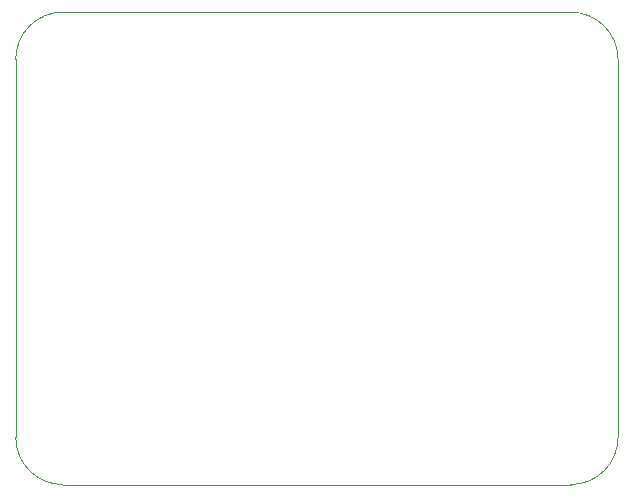
<source format=gbr>
%TF.GenerationSoftware,KiCad,Pcbnew,(7.0.0)*%
%TF.CreationDate,2023-04-17T13:43:05+02:00*%
%TF.ProjectId,INPUT_WEEK,494e5055-545f-4574-9545-4b2e6b696361,rev?*%
%TF.SameCoordinates,Original*%
%TF.FileFunction,Profile,NP*%
%FSLAX46Y46*%
G04 Gerber Fmt 4.6, Leading zero omitted, Abs format (unit mm)*
G04 Created by KiCad (PCBNEW (7.0.0)) date 2023-04-17 13:43:05*
%MOMM*%
%LPD*%
G01*
G04 APERTURE LIST*
%TA.AperFunction,Profile*%
%ADD10C,0.100000*%
%TD*%
G04 APERTURE END LIST*
D10*
X163000000Y-86000000D02*
X163000000Y-54000000D01*
X116000000Y-50000000D02*
G75*
G03*
X112000000Y-54000000I0J-4000000D01*
G01*
X163000000Y-54000000D02*
G75*
G03*
X159000000Y-50000000I-4000000J0D01*
G01*
X116000000Y-90000000D02*
X159000000Y-90000000D01*
X112000000Y-54000000D02*
X112000000Y-86000000D01*
X112000000Y-86000000D02*
G75*
G03*
X116000000Y-90000000I4000000J0D01*
G01*
X159000000Y-90000000D02*
G75*
G03*
X163000000Y-86000000I0J4000000D01*
G01*
X159000000Y-50000000D02*
X116000000Y-50000000D01*
M02*

</source>
